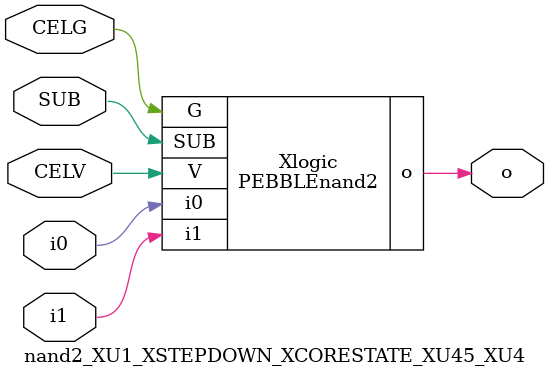
<source format=v>



module PEBBLEnand2 ( o, G, SUB, V, i0, i1 );

  input i0;
  input V;
  input i1;
  input G;
  output o;
  input SUB;
endmodule

//Celera Confidential Do Not Copy nand2_XU1_XSTEPDOWN_XCORESTATE_XU45_XU4
//Celera Confidential Symbol Generator
//5V NAND2
module nand2_XU1_XSTEPDOWN_XCORESTATE_XU45_XU4 (CELV,CELG,i0,i1,o,SUB);
input CELV;
input CELG;
input i0;
input i1;
input SUB;
output o;

//Celera Confidential Do Not Copy nand2
PEBBLEnand2 Xlogic(
.V (CELV),
.i0 (i0),
.i1 (i1),
.o (o),
.SUB (SUB),
.G (CELG)
);
//,diesize,PEBBLEnand2

//Celera Confidential Do Not Copy Module End
//Celera Schematic Generator
endmodule

</source>
